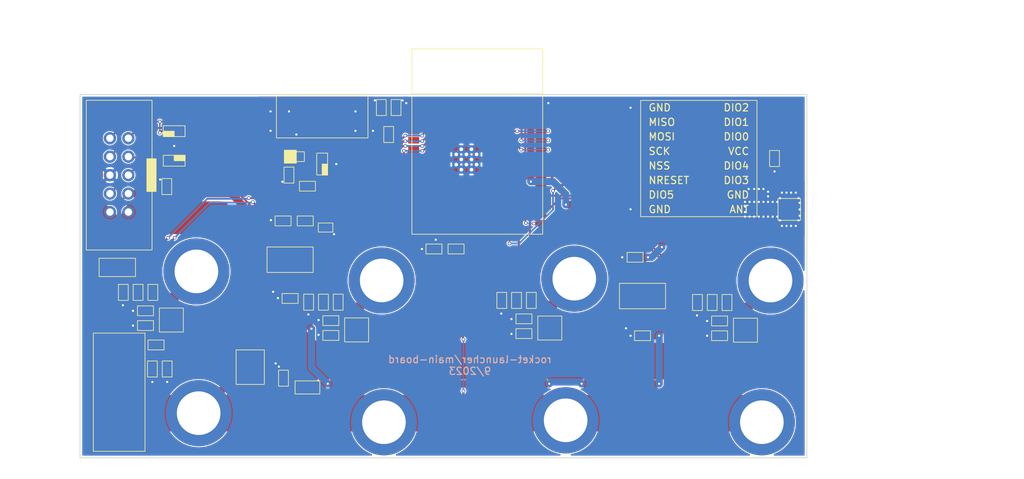
<source format=kicad_pcb>
(kicad_pcb (version 20221018) (generator pcbnew)
  (layers (0 "F.Cu" signal) (31 "B.Cu" signal) (34 "B.Paste" user) (35 "F.Paste" user) (36 "B.SilkS" user "B.Silkscreen") (37 "F.SilkS" user "F.Silkscreen") (38 "B.Mask" user) (39 "F.Mask" user) (44 "Edge.Cuts" user))
  (net 0 "")
  (net 1 "GND")
  (net 2 "/Microcontroller/MISO")
  (net 3 "/Microcontroller/MOSI")
  (net 4 "/Microcontroller/SCLK")
  (net 5 "/Microcontroller/~{CS}")
  (net 6 "/Microcontroller/~{RFM_RST}")
  (net 8 "Net-(A1-ANT)")
  (net 11 "+3V3")
  (net 12 "/Microcontroller/RFM_IRQ")
  (net 15 "+5V")
  (net 16 "/-")
  (net 17 "Net-(D6-+)")
  (net 18 "+12V")
  (net 19 "Net-(Q2A-G)")
  (net 20 "Net-(Q3A-G)")
  (net 21 "Net-(Q4A-G)")
  (net 22 "Net-(Q5A-G)")
  (net 23 "/Microcontroller/EN")
  (net 24 "/Microcontroller/TXD")
  (net 25 "/Microcontroller/RXD")
  (net 27 "/Microcontroller/IO0")
  (net 28 "/Connector/BTN_R1")
  (net 29 "/Connector/BTN_R2")
  (net 30 "/Connector/BTN_C0")
  (net 31 "/Connector/LED")
  (net 32 "/Connector/BTN_C1")
  (net 33 "/Connector/BTN_R0")
  (net 34 "/+")
  (net 35 "Net-(Q2A-D)")
  (net 36 "Net-(Q3A-D)")
  (net 37 "Net-(Q4A-D)")
  (net 38 "Net-(Q5A-D)")
  (net 39 "/Connector/~{LED}")
  (net 40 "Net-(Q2A-S)")
  (net 41 "Net-(Q3A-S)")
  (net 42 "Net-(Q4A-S)")
  (net 43 "Net-(Q5A-S)")
  (net 44 "/Connector/VBAT")
  (net 45 "/Igniter0/FIRE")
  (net 46 "/Igniter1/FIRE")
  (net 47 "/Igniter2/FIRE")
  (net 48 "/Igniter3/FIRE")
  (net 49 "/Igniter0/SENSE")
  (net 50 "/Igniter1/SENSE")
  (net 51 "/Igniter2/SENSE")
  (net 52 "/Igniter3/SENSE")
  (net 62 "/Connector/B+")
  (net 63 "Net-(D4-VP)")
  (net 66 "Net-(J1-P2)")
  (footprint "zandmd:PASSIVE-NPOL-0805" (layer "F.Cu") (at 128.77 79.502 180)
    (fp_text reference "R2")
    (fp_text value "10k")
  )
  (footprint "zandmd:PASSIVE-NPOL-0805" (layer "F.Cu") (at 159.5775 95.209 90)
    (fp_text reference "R11")
    (fp_text value "1k")
  )
  (footprint "zandmd:PASSIVE-NPOL-0805" (layer "F.Cu") (at 130.975 95.463 90)
    (fp_text reference "R13")
    (fp_text value "39k")
  )
  (footprint "zandmd:CF25081D0R0-10-NH" (layer "F.Cu") (at 130.802 67.056 180)
    (fp_text reference "J1")
    (fp_text value "CF25081D0R0-10-NH")
  )
  (footprint "zandmd:PASSIVE-NPOL-0805" (layer "F.Cu") (at 185.4855 98.044)
    (fp_text reference "R21")
    (fp_text value "10k")
  )
  (footprint "zandmd:PASSIVE-NPOL-0805" (layer "F.Cu") (at 193.04 75.692 90)
    (fp_text reference "C3")
    (fp_text value "10 uF")
  )
  (footprint "zandmd:PASSIVE-NPOL-0805" (layer "F.Cu") (at 174.879 100.076)
    (fp_text reference "C12")
    (fp_text value "10 uF")
  )
  (footprint "zandmd:B076FX76R8" (layer "F.Cu") (at 164.303 111.715 86.513)
    (fp_text reference "H6")
    (fp_text value "B076FX76R8")
  )
  (footprint "zandmd:PASSIVE-NPOL-0805" (layer "F.Cu") (at 105.4755 94.107 90)
    (fp_text reference "R7")
    (fp_text value "39k")
  )
  (footprint "zandmd:3586KTR" (layer "F.Cu") (at 102.87 107.8484 -90)
    (fp_text reference "F2")
    (fp_text value "3586KTR")
  )
  (footprint "zandmd:MB14S" (layer "F.Cu") (at 120.904 104.394 -90)
    (fp_text reference "D6")
    (fp_text value "MB14S")
  )
  (footprint "zandmd:B076FX76R8" (layer "F.Cu") (at 192.489 92.485 -93.486)
    (fp_text reference "H4")
    (fp_text value "B076FX76R8")
  )
  (footprint "zandmd:PASSIVE-NPOL-0805" (layer "F.Cu") (at 126.3904 94.9452)
    (fp_text reference "C8")
    (fp_text value "10 uF")
  )
  (footprint "zandmd:B076FX76R8" (layer "F.Cu") (at 113.81 110.729 90.917)
    (fp_text reference "H5")
    (fp_text value "B076FX76R8")
  )
  (footprint "zandmd:PASSIVE-NPOL-0805" (layer "F.Cu") (at 103.4435 94.107 -90)
    (fp_text reference "R6")
    (fp_text value "11k")
  )
  (footprint "zandmd:PASSIVE-NPOL-0805" (layer "F.Cu") (at 186.5015 95.504 90)
    (fp_text reference "R17")
    (fp_text value "1k")
  )
  (footprint "zandmd:PASSIVE-NPOL-0805" (layer "F.Cu") (at 146.177 88.138)
    (fp_text reference "R4")
    (fp_text value "11k")
  )
  (footprint "zandmd:B076FX76R8" (layer "F.Cu") (at 138.987 92.471 -89.082)
    (fp_text reference "H3")
    (fp_text value "B076FX76R8")
  )
  (footprint "zandmd:PASSIVE-NPOL-0805" (layer "F.Cu") (at 106.4915 98.679)
    (fp_text reference "C9")
    (fp_text value "0.1 uF")
  )
  (footprint "zandmd:PASSIVE-NPOL-0805" (layer "F.Cu") (at 107.5075 94.107 90)
    (fp_text reference "R8")
    (fp_text value "1k")
  )
  (footprint "zandmd:PASSIVE-NPOL-0805" (layer "F.Cu") (at 109.474 104.648 -90)
    (fp_text reference "C16")
    (fp_text value "1 uF")
  )
  (footprint "zandmd:PASSIVE-NPOL-0805" (layer "F.Cu") (at 155.5135 95.209 -90)
    (fp_text reference "R9")
    (fp_text value "11k")
  )
  (footprint "zandmd:ESP32-WROOM-32E-N4" (layer "F.Cu") (at 152.146 66.802)
    (fp_text reference "U1")
    (fp_text value "ESP32-WROOM-32E-N4")
  )
  (footprint "zandmd:CM1293A-04SO" (layer "F.Cu") (at 130.802 76.454 90)
    (fp_text reference "D4")
    (fp_text value "CM1293A-04SO")
  )
  (footprint "zandmd:B076FX76R8" (layer "F.Cu") (at 165.491 92.225 -93.486)
    (fp_text reference "H2")
    (fp_text value "B076FX76R8")
  )
  (footprint "zandmd:G120N03D32" (layer "F.Cu") (at 135.547 99.273 -90)
    (fp_text reference "Q4")
    (fp_text value "G120N03D32")
  )
  (footprint "zandmd:PASSIVE-NPOL-0805" (layer "F.Cu") (at 131.991 100.035)
    (fp_text reference "C11")
    (fp_text value "0.1 uF")
  )
  (footprint "zandmd:PASSIVE-NPOL-0805" (layer "F.Cu") (at 182.4375 95.504 -90)
    (fp_text reference "R15")
    (fp_text value "11k")
  )
  (footprint "zandmd:B076FX76R8" (layer "F.Cu") (at 191.302 111.975 86.513)
    (fp_text reference "H8")
    (fp_text value "B076FX76R8")
  )
  (footprint "zandmd:PASSIVE-NPOL-0805" (layer "F.Cu") (at 128.943 95.463 -90)
    (fp_text reference "R12")
    (fp_text value "11k")
  )
  (footprint "zandmd:AZ1117IH-5.0TRG1" (layer "F.Cu") (at 126.3904 89.6112)
    (fp_text reference "U2")
    (fp_text value "AZ1117IH-5.0TRG1")
  )
  (footprint "zandmd:PASSIVE-NPOL-0805" (layer "F.Cu") (at 149.225 88.138)
    (fp_text reference "R5")
    (fp_text value "39k")
  )
  (footprint "zandmd:PASSIVE-NPOL-0805" (layer "F.Cu") (at 107.95 101.346)
    (fp_text reference "C14")
    (fp_text value "22 uF")
  )
  (footprint "zandmd:PASSIVE-NPOL-0805" (layer "F.Cu") (at 157.5455 95.209 90)
    (fp_text reference "R10")
    (fp_text value "39k")
  )
  (footprint "zandmd:5684" (layer "F.Cu") (at 182.626 75.692)
    (fp_text reference "A1")
    (fp_text value "5684")
  )
  (footprint "zandmd:PASSIVE-NPOL-0805" (layer "F.Cu") (at 138.938 68.6816 -90)
    (fp_text reference "C1")
    (fp_text value "22 uF")
  )
  (footprint "zandmd:PASSIVE-NPOL-0805" (layer "F.Cu") (at 140.97 68.6816 -90)
    (fp_text reference "C2")
    (fp_text value "0.1 uF")
  )
  (footprint "zandmd:PASSIVE-NPOL-0805" (layer "F.Cu") (at 158.5615 99.781)
    (fp_text reference "C10")
    (fp_text value "0.1 uF")
  )
  (footprint "zandmd:PASSIVE-NPOL-0805" (layer "F.Cu") (at 109.4232 79.5528 -90)
    (fp_text reference "C5")
    (fp_text value "1 uF")
  )
  (footprint "zandmd:PASSIVE-NPOL-1206" (layer "F.Cu") (at 128.778 107.188)
    (fp_text reference "F1")
    (fp_text value "1 A")
  )
  (footprint "zandmd:AZ1117IH-3.3TRG1" (layer "F.Cu") (at 174.879 94.615)
    (fp_text reference "U3")
    (fp_text value "AZ1117IH-3.3TRG1")
  )
  (footprint "zandmd:3586KTR" (layer "F.Cu") (at 102.87 107.8484 90)
    (fp_text reference "F3")
    (fp_text value "3586KTR")
  )
  (footprint "zandmd:2337019-1" (layer "F.Cu") (at 195.072 82.692 -90)
    (fp_text reference "J3")
    (fp_text value "2337019-1")
  )
  (footprint "zandmd:PASSIVE-NPOL-0805" (layer "F.Cu") (at 173.863 89.281)
    (fp_text reference "C7")
    (fp_text value "22 uF")
  )
  (footprint "zandmd:B076FX76R8" (layer "F.Cu") (at 139.3 111.975 90.917)
    (fp_text reference "H7")
    (fp_text value "B076FX76R8")
  )
  (footprint "zandmd:PASSIVE-NPOL-0805" (layer "F.Cu") (at 139.954 72.39 90)
    (fp_text reference "R1")
    (fp_text value "10k")
  )
  (footprint "zandmd:BSS816NWH6327XTSA1" (layer "F.Cu") (at 131.2672 85.1916)
    (fp_text reference "Q1")
    (fp_text value "BSS816NWH6327XTSA1")
  )
  (footprint "zandmd:CM1293A-04SO" (layer "F.Cu") (at 110.4392 71.9328)
    (fp_text reference "D1")
    (fp_text value "CM1293A-04SO")
  )
  (footprint "zandmd:PASSIVE-NPOL-0805" (layer "F.Cu") (at 133.007 95.463 90)
    (fp_text reference "R14")
    (fp_text value "1k")
  )
  (footprint "zandmd:302-S101" (layer "F.Cu") (at 102.87 77.978 90)
    (fp_text reference "J2")
    (fp_text value "302-S101")
  )
  (footprint "zandmd:G120N03D32" (layer "F.Cu") (at 189.0415 99.314 -90)
    (fp_text reference "Q5")
    (fp_text value "G120N03D32")
  )
  (footprint "zandmd:B076FX76R8" (layer "F.Cu") (at 113.498 91.225 -89.082)
    (fp_text reference "H1")
    (fp_text value "B076FX76R8")
  )
  (footprint "zandmd:PASSIVE-NPOL-0805" (layer "F.Cu") (at 184.4695 95.504 90)
    (fp_text reference "R16")
    (fp_text value "39k")
  )
  (footprint "zandmd:PASSIVE-NPOL-0805" (layer "F.Cu") (at 125.476 105.918 -90)
    (fp_text reference "C17")
    (fp_text value "10 uF")
  )
  (footprint "zandmd:G120N03D32" (layer "F.Cu") (at 162.1175 99.019 -90)
    (fp_text reference "Q3")
    (fp_text value "G120N03D32")
  )
  (footprint "zandmd:PASSIVE-NPOL-0805" (layer "F.Cu") (at 185.4855 100.076)
    (fp_text reference "C13")
    (fp_text value "0.1 uF")
  )
  (footprint "zandmd:CM1293A-04SO" (layer "F.Cu") (at 110.4392 75.9968 180)
    (fp_text reference "D3")
    (fp_text value "CM1293A-04SO")
  )
  (footprint "zandmd:SMAJ15CA" (layer "F.Cu") (at 102.616 90.678 180)
    (fp_text reference "D5")
    (fp_text value "SMAJ15CA")
  )
  (footprint "zandmd:PASSIVE-NPOL-0805" (layer "F.Cu") (at 128.4732 84.2772 180)
    (fp_text reference "R3")
    (fp_text value "10k")
  )
  (footprint "zandmd:PASSIVE-NPOL-0805" (layer "F.Cu") (at 131.991 98.003)
    (fp_text reference "R20")
    (fp_text value "10k")
  )
  (footprint "zandmd:PASSIVE-NPOL-0805" (layer "F.Cu") (at 158.5615 97.749)
    (fp_text reference "R19")
    (fp_text value "10k")
  )
  (footprint "zandmd:PASSIVE-NPOL-0805" (layer "F.Cu") (at 106.4915 96.647)
    (fp_text reference "R18")
    (fp_text value "10k")
  )
  (footprint "zandmd:PASSIVE-NPOL-0805" (layer "F.Cu") (at 107.442 104.648 -90)
    (fp_text reference "C15")
    (fp_text value "1 uF")
  )
  (footprint "zandmd:PASSIVE-POL-0805" (layer "F.Cu") (at 127.246 75.438)
    (fp_text reference "D2")
    (fp_text value "~")
  )
  (footprint "zandmd:PASSIVE-NPOL-0805" (layer "F.Cu") (at 126.23 77.978 90)
    (fp_text reference "C4")
    (fp_text value "1 uF")
  )
  (footprint "zandmd:G120N03D32" (layer "F.Cu") (at 110.0475 97.917 -90)
    (fp_text reference "Q2")
    (fp_text value "G120N03D32")
  )
  (footprint "zandmd:PASSIVE-NPOL-0805" (layer "F.Cu") (at 125.4252 84.2772)
    (fp_text reference "C6")
    (fp_text value "22 uF")
  )
  (gr_line locked (start 197.489 66.875) (end 197.489 116.875) (stroke (width 0.1)) (layer "Edge.Cuts"))
  (gr_line locked (start 97.489 116.875) (end 97.489 66.875) (stroke (width 0.1)) (layer "Edge.Cuts"))
  (gr_line locked (start 197.489 66.875) (end 97.489 66.875) (stroke (width 0.1)) (layer "Edge.Cuts"))
  (gr_line locked (start 97.489 116.875) (end 197.489 116.875) (stroke (width 0.1)) (layer "Edge.Cuts"))
  (gr_text "rocket-launcher/main-board\n9/2023" (at 151.13 104.14) (layer "B.SilkS") (effects (font (size 1 1) (thickness 0.153)) (justify mirror)))
  (segment (start 193.04 76.6425) (end 193.04 77.47) (width 1) (layer "F.Cu") (net 1))
  (segment (start 125.3236 78.8924) (end 126.1939 78.8924) (width 1) (layer "F.Cu") (net 1))
  (segment (start 104.775 98.679) (end 105.541 98.679) (width 0.25) (layer "F.Cu") (net 1))
  (segment (start 141.859 67.691) (end 141.0315 67.691) (width 0.25) (layer "F.Cu") (net 1))
  (segment (start 109.474 106.426) (end 109.474 105.5985) (width 0.25) (layer "F.Cu") (net 1))
  (segment (start 173.228 100.076) (end 173.9285 100.076) (width 1) (layer "F.Cu") (net 1))
  (segment (start 146.431 86.868) (end 146.431 85.862) (width 0.25) (layer "F.Cu") (net 1))
  (segment (start 126.1939 78.8924) (end 126.23 78.9285) (width 1) (layer "F.Cu") (net 1))
  (segment (start 182.372 96.52) (end 182.4375 96.4545) (width 0.25) (layer "F.Cu") (net 1))
  (segment (start 125.3891 94.8944) (end 125.4399 94.9452) (width 1) (layer "F.Cu") (net 1))
  (segment (start 124.3945 103.886) (end 123.979 103.4705) (width 1) (layer "F.Cu") (net 1))
  (segment (start 130.9545 97.917) (end 131.0405 98.003) (width 0.25) (layer "F.Cu") (net 1))
  (segment (start 104.775 96.647) (end 105.541 96.647) (width 0.25) (layer "F.Cu") (net 1))
  (segment (start 142.367 68.072) (end 143.366 68.072) (width 0.25) (layer "F.Cu") (net 1))
  (segment (start 155.448 97.028) (end 155.448 96.225) (width 0.25) (layer "F.Cu") (net 1))
  (segment (start 110.4392 74.7968) (end 110.4392 73.9648) (width 0.25) (layer "F.Cu") (net 1))
  (segment (start 124.841 104.3325) (end 124.3945 103.886) (width 1) (layer "F.Cu") (net 1))
  (segment (start 156.845 97.79) (end 157.57 97.79) (width 0.25) (layer "F.Cu") (net 1))
  (segment (start 127.302 73.306) (end 127.302 72.438) (width 0.25) (layer "F.Cu") (net 1))
  (segment (start 182.372 97.282) (end 182.372 96.52) (width 0.25) (layer "F.Cu") (net 1))
  (segment (start 124.0536 92.748) (end 124.0904 92.7112) (width 1) (layer "F.Cu") (net 1))
  (segment (start 123.979 103.4705) (end 123.979 103.124) (width 1) (layer "F.Cu") (net 1))
  (segment (start 155.448 96.225) (end 155.5135 96.1595) (width 0.25) (layer "F.Cu") (net 1))
  (segment (start 131.9316 86.106) (end 131.9172 86.0916) (width 0.25) (layer "F.Cu") (net 1))
  (segment (start 173.243 68.692) (end 173.228 68.707) (width 1) (layer "F.Cu") (net 1))
  (segment (start 160.926 68.072) (end 160.896 68.102) (width 0.25) (layer "F.Cu") (net 1))
  (segment (start 103.378 95.885) (end 103.378 95.123) (width 0.25) (layer "F.Cu") (net 1))
  (segment (start 108.5235 78.6023) (end 109.4232 78.6023) (width 1) (layer "F.Cu") (net 1))
  (segment (start 183.769 100.076) (end 184.535 100.076) (width 0.25) (layer "F.Cu") (net 1))
  (segment (start 103.378 95.123) (end 103.4435 95.0575) (width 0.25) (layer "F.Cu") (net 1))
  (segment (start 130.302 97.917) (end 130.9545 97.917) (width 0.25) (layer "F.Cu") (net 1))
  (segment (start 124.841 104.3325) (end 125.476 104.9675) (width 1) (layer "F.Cu") (net 1))
  (segment (start 183.769 98.044) (end 184.535 98.044) (width 0.25) (layer "F.Cu") (net 1))
  (segment (start 157.57 99.822) (end 157.611 99.781) (width 0.25) (layer "F.Cu") (net 1))
  (segment (start 130.302 99.949) (end 130.9545 99.949) (width 0.25) (layer "F.Cu") (net 1))
  (segment (start 124.714 94.8944) (end 125.3891 94.8944) (width 1) (layer "F.Cu") (net 1))
  (segment (start 157.57 97.79) (end 157.611 97.749) (width 0.25) (layer "F.Cu") (net 1))
  (segment (start 128.905 96.4515) (end 128.943 96.4135) (width 0.25) (layer "F.Cu") (net 1))
  (segment (start 138.049 67.691) (end 138.8765 67.691) (width 0.25) (layer "F.Cu") (net 1))
  (segment (start 132.4356 86.106) (end 131.9316 86.106) (width 0.25) (layer "F.Cu") (net 1))
  (segment (start 143.366 68.072) (end 143.396 68.102) (width 0.25) (layer "F.Cu") (net 1))
  (segment (start 123.7488 84.1756) (end 124.3731 84.1756) (width 1) (layer "F.Cu") (net 1))
  (segment (start 128.905 97.155) (end 128.905 96.4515) (width 0.25) (layer "F.Cu") (net 1))
  (segment (start 110.4392 73.1328) (end 110.4392 73.9648) (width 0.25) (layer "F.Cu") (net 1))
  (segment (start 132.7404 76.454) (end 132.002 76.454) (width 0.25) (layer "F.Cu") (net 1))
  (segment (start 172.593 99.06) (end 172.593 97.729) (width 1) (layer "F.Cu") (net 1))
  (segment (start 161.925 68.072) (end 160.926 68.072) (width 0.25) (layer "F.Cu") (net 1))
  (segment (start 173.243 82.692) (end 173.228 82.677) (width 1) (layer "F.Cu") (net 1))
  (segment (start 138.8765 67.691) (end 138.938 67.6295) (width 0.25) (layer "F.Cu") (net 1))
  (segment (start 172.593 97.729) (end 172.579 97.715) (width 1) (layer "F.Cu") (net 1))
  (segment (start 144.526 88.138) (end 145.2265 88.138) (width 0.25) (layer "F.Cu") (net 1))
  (segment (start 174.526 82.692) (end 173.243 82.692) (width 1) (layer "F.Cu") (net 1))
  (segment (start 130.9545 99.949) (end 131.0405 100.035) (width 0.25) (layer "F.Cu") (net 1))
  (segment (start 172.085 89.281) (end 172.9125 89.281) (width 1) (layer "F.Cu") (net 1))
  (segment (start 127.302 72.438) (end 127.254 72.39) (width 0.25) (layer "F.Cu") (net 1))
  (segment (start 107.442 106.426) (end 107.442 105.5985) (width 0.25) (layer "F.Cu") (net 1))
  (segment (start 108.5088 78.5876) (end 108.5235 78.6023) (width 1) (layer "F.Cu") (net 1))
  (segment (start 174.526 68.692) (end 173.243 68.692) (width 1) (layer "F.Cu") (net 1))
  (segment (start 124.3731 84.1756) (end 124.4747 84.2772) (width 1) (layer "F.Cu") (net 1))
  (segment (start 156.845 99.822) (end 157.57 99.822) (width 0.25) (layer "F.Cu") (net 1))
  (segment (start 141.0315 67.691) (end 140.97 67.6295) (width 0.25) (layer "F.Cu") (net 1))
  (segment (start 124.0536 94.0308) (end 124.0536 92.748) (width 1) (layer "F.Cu") (net 1))
  (via (at 192.151 81.661) (size 0.5) (drill 0.3) (layers "F.Cu" "B.Cu") (net 1))
  (via (at 124.714 94.8944) (size 0.5) (drill 0.3) (layers "F.Cu" "B.Cu") (net 1))
  (via (at 123.7488 84.1756) (size 0.5) (drill 0.3) (layers "F.Cu" "B.Cu") (net 1))
  (via (at 137.795 71.882) (size 0.5) (drill 0.3) (layers "F.Cu" "B.Cu") (net 1))
  (via (at 191.516 79.883) (size 0.5) (drill 0.3) (layers "F.Cu" "B.Cu") (net 1))
  (via (at 138.049 67.691) (size 0.5) (drill 0.3) (layers "F.Cu" "B.Cu") (net 1))
  (via (at 155.448 97.028) (size 0.5) (drill 0.3) (layers "F.Cu" "B.Cu") (net 1))
  (via (at 123.698 71.882) (size 0.5) (drill 0.3) (layers "F.Cu" "B.Cu") (net 1))
  (via (at 192.151 80.264) (size 0.5) (drill 0.3) (layers "F.Cu" "B.Cu") (net 1))
  (via (at 135.382 71.882) (size 0.5) (drill 0.3) (layers "F.Cu" "B.Cu") (net 1))
  (via (at 188.976 83.058) (size 0.5) (drill 0.3) (layers "F.Cu" "B.Cu") (net 1))
  (via (at 135.382 69.215) (size 0.5) (drill 0.3) (layers "F.Cu" "B.Cu") (net 1))
  (via (at 124.0536 94.0308) (size 0.5) (drill 0.3) (layers "F.Cu" "B.Cu") (net 1))
  (via (at 173.228 82.677) (size 0.5) (drill 0.3) (layers "F.Cu" "B.Cu") (net 1))
  (via (at 194.056 84.963) (size 0.5) (drill 0.3) (layers "F.Cu" "B.Cu") (net 1))
  (via (at 130.302 97.917) (size 0.5) (drill 0.3) (layers "F.Cu" "B.Cu") (net 1))
  (via (at 126.238 69.215) (size 0.5) (drill 0.3) (layers "F.Cu" "B.Cu") (net 1))
  (via (at 196.342 84.201) (size 0.5) (drill 0.3) (layers "F.Cu" "B.Cu") (net 1))
  (via (at 127.254 72.39) (size 0.5) (drill 0.3) (layers "F.Cu" "B.Cu") (net 1))
  (via (at 190.246 79.883) (size 0.5) (drill 0.3) (layers "F.Cu" "B.Cu") (net 1))
  (via (at 172.593 99.06) (size 0.5) (drill 0.3) (layers "F.Cu" "B.Cu") (net 1))
  (via (at 193.421 83.693) (size 0.5) (drill 0.3) (layers "F.Cu" "B.Cu") (net 1))
  (via (at 190.246 81.661) (size 0.5) (drill 0.3) (layers "F.Cu" "B.Cu") (net 1))
  (via (at 196.4944 81.788) (size 0.5) (drill 0.3) (layers "F.Cu" "B.Cu") (net 1))
  (via (at 123.698 69.215) (size 0.5) (drill 0.3) (layers "F.Cu" "B.Cu") (net 1))
  (via (at 194.691 84.963) (size 0.5) (drill 0.3) (layers "F.Cu" "B.Cu") (net 1))
  (via (at 195.961 84.963) (size 0.5) (drill 0.3) (layers "F.Cu" "B.Cu") (net 1))
  (via (at 192.151 80.899) (size 0.5) (drill 0.3) (layers "F.Cu" "B.Cu") (net 1))
  (via (at 192.786 81.661) (size 0.5) (drill 0.3) (layers "F.Cu" "B.Cu") (net 1))
  (via (at 195.326 84.963) (size 0.5) (drill 0.3) (layers "F.Cu" "B.Cu") (net 1))
  (via (at 190.246 83.693) (size 0.5) (drill 0.3) (layers "F.Cu" "B.Cu") (net 1))
  (via (at 124.841 104.3325) (size 0.5) (drill 0.3) (layers "F.Cu" "B.Cu") (net 1))
  (via (at 195.961 80.391) (size 0.5) (drill 0.3) (layers "F.Cu" "B.Cu") (net 1))
  (via (at 156.845 97.79) (size 0.5) (drill 0.3) (layers "F.Cu" "B.Cu") (net 1))
  (via (at 132.4356 86.106) (size 0.5) (drill 0.3) (layers "F.Cu" "B.Cu") (net 1))
  (via (at 173.228 68.707) (size 0.5) (drill 0.3) (layers "F.Cu" "B.Cu") (net 1))
  (via (at 141.859 67.691) (size 0.5) (drill 0.3) (layers "F.Cu" "B.Cu") (net 1))
  (via (at 104.775 96.647) (size 0.5) (drill 0.3) (layers "F.Cu" "B.Cu") (net 1))
  (via (at 182.372 97.282) (size 0.5) (drill 0.3) (layers "F.Cu" "B.Cu") (net 1))
  (via (at 192.151 83.693) (size 0.5) (drill 0.3) (layers "F.Cu" "B.Cu") (net 1))
  (via (at 103.378 95.885) (size 0.5) (drill 0.3) (layers "F.Cu" "B.Cu") (net 1))
  (via (at 196.4944 82.7024) (size 0.5) (drill 0.3) (layers "F.Cu" "B.Cu") (net 1))
  (via (at 183.769 100.076) (size 0.5) (drill 0.3) (layers "F.Cu" "B.Cu") (net 1))
  (via (at 194.691 80.391) (size 0.5) (drill 0.3) (layers "F.Cu" "B.Cu") (net 1))
  (via (at 104.775 98.679) (size 0.5) (drill 0.3) (layers "F.Cu" "B.Cu") (net 1))
  (via (at 189.484 79.883) (size 0.5) (drill 0.3) (layers "F.Cu" "B.Cu") (net 1))
  (via (at 189.611 81.661) (size 0.5) (drill 0.3) (layers "F.Cu" "B.Cu") (net 1))
  (via (at 124.3945 103.886) (size 0.5) (drill 0.3) (layers "F.Cu" "B.Cu") (net 1))
  (via (at 188.976 81.661) (size 0.5) (drill 0.3) (layers "F.Cu" "B.Cu") (net 1))
  (via (at 132.7404 76.454) (size 0.5) (drill 0.3) (layers "F.Cu" "B.Cu") (net 1))
  (via (at 189.611 83.693) (size 0.5) (drill 0.3) (layers "F.Cu" "B.Cu") (net 1))
  (via (at 196.4944 83.566) (size 0.5) (drill 0.3) (layers "F.Cu" "B.Cu") (net 1))
  (via (at 190.881 79.883) (size 0.5) (drill 0.3) (layers "F.Cu" "B.Cu") (net 1))
  (via (at 128.905 97.155) (size 0.5) (drill 0.3) (layers "F.Cu" "B.Cu") (net 1))
  (via (at 142.367 68.072) (size 0.5) (drill 0.3) (layers "F.Cu" "B.Cu") (net 1))
  (via (at 196.342 81.153) (size 0.5) (drill 0.3) (layers "F.Cu" "B.Cu") (net 1))
  (via (at 193.802 84.201) (size 0.5) (drill 0.3) (layers "F.Cu" "B.Cu") (net 1))
  (via (at 130.302 99.949) (size 0.5) (drill 0.3) (layers "F.Cu" "B.Cu") (net 1))
  (via (at 188.976 83.693) (size 0.5) (drill 0.3) (layers "F.Cu" "B.Cu") (net 1))
  (via (at 173.228 100.076) (size 0.5) (drill 0.3) (layers "F.Cu" "B.Cu") (net 1))
  (via (at 146.431 86.868) (size 0.5) (drill 0.3) (layers "F.Cu" "B.Cu") (net 1))
  (via (at 107.442 106.426) (size 0.5) (drill 0.3) (layers "F.Cu" "B.Cu") (net 1))
  (via (at 110.4392 73.9648) (size 0.5) (drill 0.3) (layers "F.Cu" "B.Cu") (net 1))
  (via (at 194.056 80.391) (size 0.5) (drill 0.3) (layers "F.Cu" "B.Cu") (net 1))
  (via (at 109.474 106.426) (size 0.5) (drill 0.3) (layers "F.Cu" "B.Cu") (net 1))
  (via (at 193.802 81.153) (size 0.5) (drill 0.3) (layers "F.Cu" "B.Cu") (net 1))
  (via (at 193.04 77.47) (size 0.5) (drill 0.3) (layers "F.Cu" "B.Cu") (net 1))
  (via (at 108.5088 78.5876) (size 0.5) (drill 0.3) (layers "F.Cu" "B.Cu") (net 1))
  (via (at 195.326 80.391) (size 0.5) (drill 0.3) (layers "F.Cu" "B.Cu") (net 1))
  (via (at 183.769 98.044) (size 0.5) (drill 0.3) (layers "F.Cu" "B.Cu") (net 1))
  (via (at 191.516 81.661) (size 0.5) (drill 0.3) (layers "F.Cu" "B.Cu") (net 1))
  (via (at 190.881 83.693) (size 0.5) (drill 0.3) (layers "F.Cu" "B.Cu") (net 1))
  (via (at 161.925 68.072) (size 0.5) (drill 0.3) (layers "F.Cu" "B.Cu") (net 1))
  (via (at 156.845 99.822) (size 0.5) (drill 0.3) (layers "F.Cu" "B.Cu") (net 1))
  (via (at 125.3236 78.8924) (size 0.5) (drill 0.3) (layers "F.Cu" "B.Cu") (net 1))
  (via (at 193.421 81.661) (size 0.5) (drill 0.3) (layers "F.Cu" "B.Cu") (net 1))
  (via (at 190.881 81.661) (size 0.5) (drill 0.3) (layers "F.Cu" "B.Cu") (net 1))
  (via (at 144.526 88.138) (size 0.5) (drill 0.3) (layers "F.Cu" "B.Cu") (net 1))
  (via (at 188.976 82.296) (size 0.5) (drill 0.3) (layers "F.Cu" "B.Cu") (net 1))
  (via (at 191.516 83.693) (size 0.5) (drill 0.3) (layers "F.Cu" "B.Cu") (net 1))
  (via (at 192.786 83.693) (size 0.5) (drill 0.3) (layers "F.Cu" "B.Cu") (net 1))
  (via (at 172.085 89.281) (size 0.5) (drill 0.3) (layers "F.Cu" "B.Cu") (net 1))
  (segment (start 161.196 76.992) (end 167.496 70.692) (width 0.25) (layer "F.Cu") (net 2))
  (segment (start 167.496 70.692) (end 174.526 70.692) (width 0.25) (layer "F.Cu") (net 2))
  (segment (start 160.896 76.992) (end 161.196 76.992) (width 0.25) (layer "F.Cu") (net 2))
  (segment (start 175.461 69.723) (end 175.778 70.04) (width 0.25) (layer "F.Cu") (net 3))
  (segment (start 162.814 69.723) (end 175.461 69.723) (width 0.25) (layer "F.Cu") (net 3))
  (segment (start 175.778 70.04) (end 175.778 71.44) (width 0.25) (layer "F.Cu") (net 3))
  (segment (start 160.896 69.372) (end 162.463 69.372) (width 0.25) (layer "F.Cu") (net 3))
  (segment (start 162.463 69.372) (end 162.814 69.723) (width 0.25) (layer "F.Cu") (net 3))
  (segment (start 175.778 71.44) (end 174.526 72.692) (width 0.25) (layer "F.Cu") (net 3))
  (segment (start 164.766 74.692) (end 174.526 74.692) (width 0.25) (layer "F.Cu") (net 4))
  (segment (start 161.196 78.262) (end 164.766 74.692) (width 0.25) (layer "F.Cu") (net 4))
  (segment (start 160.896 78.262) (end 161.196 78.262) (width 0.25) (layer "F.Cu") (net 4))
  (segment (start 161.196 79.532) (end 164.036 76.692) (width 0.25) (layer "F.Cu") (net 5))
  (segment (start 160.896 79.532) (end 161.196 79.532) (width 0.25) (layer "F.Cu") (net 5))
  (segment (start 164.036 76.692) (end 174.526 76.692) (width 0.25) (layer "F.Cu") (net 5))
  (segment (start 176.155 68.417) (end 176.155 77.063) (width 0.25) (layer "F.Cu") (net 6))
  (segment (start 159.894 70.074) (end 159.894 67.4) (width 0.25) (layer "F.Cu") (net 6))
  (segment (start 176.155 77.063) (end 174.526 78.692) (width 0.25) (layer "F.Cu") (net 6))
  (segment (start 175.138 67.4) (end 176.155 68.417) (width 0.25) (layer "F.Cu") (net 6))
  (segment (start 159.894 67.4) (end 175.138 67.4) (width 0.25) (layer "F.Cu") (net 6))
  (segment (start 160.462 70.642) (end 159.894 70.074) (width 0.25) (layer "F.Cu") (net 6))
  (segment (start 160.896 70.642) (end 160.462 70.642) (width 0.25) (layer "F.Cu") (net 6))
  (segment (start 190.726 82.692) (end 193.547 82.692) (width 1) (layer "F.Cu") (net 8))
  (segment (start 126.2955 72.07005) (end 130.05455 68.311) (width 1) (layer "F.Cu") (net 11))
  (segment (start 135.75645 68.311) (end 136.47445 69.029) (width 1) (layer "F.Cu") (net 11))
  (segment (start 157.5608 69.372) (end 143.396 69.372) (width 1) (layer "F.Cu") (net 11))
  (segment (start 174.879 91.515) (end 174.879 89.3465) (width 1) (layer "F.Cu") (net 11))
  (segment (start 127.8195 79.502) (end 127.8195 78.617) (width 0.25) (layer "F.Cu") (net 11))
  (segment (start 174.8135 87.992988) (end 174.8135 89.281) (width 1) (layer "F.Cu") (net 11))
  (segment (start 126.2955 75.438) (end 126.2955 76.962) (width 1) (layer "F.Cu") (net 11))
  (segment (start 159.512 71.3232) (end 157.5608 69.372) (width 1) (layer "F.Cu") (net 11))
  (segment (start 177.546 87.218) (end 190.072 74.692) (width 1) (layer "F.Cu") (net 11))
  (segment (start 138.3349 69.029) (end 138.938 69.6321) (width 1) (layer "F.Cu") (net 11))
  (segment (start 159.512 78.867) (end 159.512 71.3232) (width 1) (layer "F.Cu") (net 11))
  (segment (start 127.8195 78.617) (end 126.23 77.0275) (width 0.25) (layer "F.Cu") (net 11))
  (segment (start 164.338 82.042) (end 168.862512 82.042) (width 1) (layer "F.Cu") (net 11))
  (segment (start 174.879 97.715) (end 174.879 91.515) (width 1) (layer "F.Cu") (net 11))
  (segment (start 190.072 74.692) (end 190.726 74.692) (width 1) (layer "F.Cu") (net 11))
  (segment (start 143.396 69.372) (end 141.2301 69.372) (width 1) (layer "F.Cu") (net 11))
  (segment (start 140.97 69.6321) (end 139.954 69.6321) (width 1) (layer "F.Cu") (net 11))
  (segment (start 130.05455 68.311) (end 135.75645 68.311) (width 1) (layer "F.Cu") (net 11))
  (segment (start 168.862512 82.042) (end 174.8135 87.992988) (width 1) (layer "F.Cu") (net 11))
  (segment (start 139.954 69.6321) (end 138.938 69.6321) (width 1) (layer "F.Cu") (net 11))
  (segment (start 174.879 89.3465) (end 174.8135 89.281) (width 1) (layer "F.Cu") (net 11))
  (segment (start 192.9905 74.692) (end 193.04 74.7415) (width 1) (layer "F.Cu") (net 11))
  (segment (start 175.641 89.281) (end 174.8135 89.281) (width 1) (layer "F.Cu") (net 11))
  (segment (start 126.2955 76.962) (end 126.23 77.0275) (width 1) (layer "F.Cu") (net 11))
  (segment (start 136.47445 69.029) (end 138.3349 69.029) (width 1) (layer "F.Cu") (net 11))
  (segment (start 177.546 87.884) (end 177.546 87.218) (width 1) (layer "F.Cu") (net 11))
  (segment (start 126.2955 75.438) (end 126.2955 72.07005) (width 1) (layer "F.Cu") (net 11))
  (segment (start 190.726 74.692) (end 192.9905 74.692) (width 1) (layer "F.Cu") (net 11))
  (segment (start 139.954 71.4395) (end 139.954 69.6321) (width 1) (layer "F.Cu") (net 11))
  (segment (start 141.2301 69.372) (end 140.97 69.6321) (width 1) (layer "F.Cu") (net 11))
  (via (at 175.641 89.281) (size 0.5) (drill 0.3) (layers "F.Cu" "B.Cu") (net 11))
  (via (at 159.512 78.867) (size 0.5) (drill 0.3) (layers "F.Cu" "B.Cu") (net 11))
  (via (at 164.338 82.042) (size 0.5) (drill 0.3) (layers "F.Cu" "B.Cu") (net 11))
  (via (at 177.546 87.884) (size 0.5) (drill 0.3) (layers "F.Cu" "B.Cu") (net 11))
  (segment (start 164.338 80.63655) (end 164.338 82.042) (width 1) (layer "B.Cu") (net 11))
  (segment (start 176.149 89.281) (end 177.546 87.884) (width 1) (layer "B.Cu") (net 11))
  (segment (start 175.641 89.281) (end 176.149 89.281) (width 1) (layer "B.Cu") (net 11))
  (segment (start 159.512 78.867) (end 162.56845 78.867) (width 1) (layer "B.Cu") (net 11))
  (segment (start 162.56845 78.867) (end 164.338 80.63655) (width 1) (layer "B.Cu") (net 11))
  (segment (start 190.726 72.692) (end 184.074 79.344) (width 0.25) (layer "F.Cu") (net 12))
  (segment (start 184.074 79.344) (end 163.353 79.344) (width 0.25) (layer "F.Cu") (net 12))
  (segment (start 156.591 85.862) (end 156.591 87.376) (width 0.25) (layer "F.Cu") (net 12))
  (segment (start 163.353 79.344) (end 162.56 80.137) (width 0.25) (layer "F.Cu") (net 12))
  (via (at 162.56 80.137) (size 0.5) (drill 0.3) (layers "F.Cu" "B.Cu") (net 12))
  (via (at 156.591 87.376) (size 0.5) (drill 0.3) (layers "F.Cu" "B.Cu") (net 12))
  (segment (start 156.591 87.376) (end 157.923319 87.376) (width 0.25) (layer "B.Cu") (net 12))
  (segment (start 162.56 82.739319) (end 162.56 80.137) (width 0.25) (layer "B.Cu") (net 12))
  (segment (start 157.923319 87.376) (end 162.56 82.739319) (width 0.25) (layer "B.Cu") (net 12))
  (segment (start 102.8416 69.9516) (end 100.498 72.2952) (width 0.25) (layer "F.Cu") (net 15))
  (segment (start 126.3904 92.7112) (end 126.3904 86.5112) (width 1) (layer "F.Cu") (net 15))
  (segment (start 103.0224 81.6356) (end 104.14 80.518) (width 0.25) (layer "F.Cu") (net 15))
  (segment (start 126.3904 84.2919) (end 126.3757 84.2772) (width 1) (layer "F.Cu") (net 15))
  (segment (start 101.159136 81.6356) (end 103.0224 81.6356) (width 0.25) (layer "F.Cu") (net 15))
  (segment (start 100.498 80.974464) (end 101.159136 81.6356) (width 0.25) (layer "F.Cu") (net 15))
  (segment (start 118.26295 80.518) (end 124.25615 86.5112) (width 1) (layer "F.Cu") (net 15))
  (segment (start 100.498 72.2952) (end 100.498 80.974464) (width 0.25) (layer "F.Cu") (net 15))
  (segment (start 110.408 69.9516) (end 102.8416 69.9516) (width 0.25) (layer "F.Cu") (net 15))
  (segment (start 127.5227 84.2772) (end 126.3757 84.2772) (width 0.25) (layer "F.Cu") (net 15))
  (segment (start 104.14 80.518) (end 118.26295 80.518) (width 1) (layer "F.Cu") (net 15))
  (segment (start 110.4392 69.9828) (end 110.408 69.9516) (width 0.25) (layer "F.Cu") (net 15))
  (segment (start 124.25615 86.5112) (end 126.3904 86.5112) (width 1) (layer "F.Cu") (net 15))
  (segment (start 126.3904 86.5112) (end 126.3904 84.2919) (width 1) (layer "F.Cu") (net 15))
  (segment (start 110.4392 70.7328) (end 110.4392 69.9828) (width 0.25) (layer "F.Cu") (net 15))
  (segment (start 120.875 88.169346) (end 116.553654 83.848) (width 4.5) (layer "F.Cu") (net 16))
  (segment (start 120.875 99.285) (end 120.904 99.314) (width 4.5) (layer "F.Cu") (net 16))
  (segment (start 129.051 103.397) (end 126.238 100.584) (width 1) (layer "F.Cu") (net 16))
  (segment (start 104.716 84.542) (end 105.41 83.848) (width 1) (layer "F.Cu") (net 16))
  (segment (start 116.553654 83.848) (end 105.41 83.848) (width 4.5) (layer "F.Cu") (net 16))
  (segment (start 129.227 103.573) (end 126.238 100.584) (width 5) (layer "F.Cu") (net 16))
  (segment (start 189.5415 99.964) (end 189.5415 103.573) (width 1) (layer "F.Cu") (net 16))
  (segment (start 136.047 99.923) (end 136.047 103.532) (width 1) (layer "F.Cu") (net 16))
  (segment (start 124.968 99.314) (end 120.904 99.314) (width 5) (layer "F.Cu") (net 16))
  (segment (start 116.195207 99.314) (end 113.909207 101.6) (width 5) (layer "F.Cu") (net 16))
  (segment (start 126.238 100.584) (end 124.968 99.314) (width 5) (layer "F.Cu") (net 16))
  (segment (start 120.875 88.169346) (end 120.875 99.285) (width 4.5) (layer "F.Cu") (net 16))
  (segment (start 120.904 99.314) (end 116.195207 99.314) (width 5) (layer "F.Cu") (net 16))
  (segment (start 110.5475 98.567) (end 110.5475 101.6) (width 1) (layer "F.Cu") (net 16))
  (segment (start 113.909207 101.6) (end 110.5475 101.6) (width 5) (layer "F.Cu") (net 16))
  (segment (start 117.829 103.124) (end 117.829 100.947793) (width 1) (layer "F.Cu") (net 16))
  (segment (start 162.6175 99.669) (end 162.6175 103.278) (width 1) (layer "F.Cu") (net 16))
  (segment (start 117.829 100.947793) (end 116.195207 99.314) (width 1) (layer "F.Cu") (net 16))
  (segment (start 189.5415 103.573) (end 129.227 103.573) (width 5) (layer "F.Cu") (net 16))
  (segment (start 104.716 90.678) (end 104.716 84.542) (width 1) (layer "F.Cu") (net 16))
  (segment (start 125.476 106.8685) (end 126.9984 106.8685) (width 1) (layer "F.Cu") (net 17))
  (segment (start 126.9984 106.8685) (end 127.3179 107.188) (width 1) (layer "F.Cu") (net 17))
  (segment (start 125.1835 106.8685) (end 125.476 106.8685) (width 1) (layer "F.Cu") (net 17))
  (segment (start 123.979 105.664) (end 125.1835 106.8685) (width 1) (layer "F.Cu") (net 17))
  (segment (start 177.165 100.076) (end 177.165 97.729) (width 1) (layer "F.Cu") (net 18))
  (segment (start 166.497 106.7) (end 177.165 106.7) (width 1) (layer "F.Cu") (net 18))
  (segment (start 127.3409 94.9452) (end 127.6174 94.6687) (width 1) (layer "F.Cu") (net 18))
  (segment (start 177.165 97.729) (end 177.179 97.715) (width 1) (layer "F.Cu") (net 18))
  (segment (start 131.592 106.7) (end 161.976616 106.7) (width 1) (layer "F.Cu") (net 18))
  (segment (start 127.6174 93.38555) (end 128.29175 92.7112) (width 1) (layer "F.Cu") (net 18))
  (segment (start 130.2381 107.188) (end 130.7261 106.7) (width 1) (layer "F.Cu") (net 18))
  (segment (start 129.3368 99.1108) (end 127.3409 97.1149) (width 1) (layer "F.Cu") (net 18))
  (segment (start 127.3409 97.1149) (end 127.3409 94.9452) (width 1) (layer "F.Cu") (net 18))
  (segment (start 127.6174 94.6687) (end 127.6174 93.38555) (width 1) (layer "F.Cu") (net 18))
  (segment (start 128.29175 92.7112) (end 128.6904 92.7112) (width 1) (layer "F.Cu") (net 18))
  (segment (start 177.165 100.076) (end 175.8295 100.076) (width 1) (layer "F.Cu") (net 18))
  (segment (start 130.7261 106.7) (end 131.552 106.7) (width 1) (layer "F.Cu") (net 18))
  (via (at 166.497 106.68) (size 0.5) (drill 0.3) (layers "F.Cu" "B.Cu") (net 18))
  (via (at 131.572 106.68) (size 0.5) (drill 0.3) (layers "F.Cu" "B.Cu") (net 18))
  (via (at 177.165 106.68) (size 0.5) (drill 0.3) (layers "F.Cu" "B.Cu") (net 18))
  (via (at 129.3368 99.1108) (size 0.5) (drill 0.3) (layers "F.Cu" "B.Cu") (net 18))
  (via (at 162.052 106.68) (size 0.5) (drill 0.3) (layers "F.Cu" "B.Cu") (net 18))
  (via (at 177.165 100.076) (size 0.5) (drill 0.3) (layers "F.Cu" "B.Cu") (net 18))
  (segment (start 177.165 106.68) (end 177.165 100.076) (width 1) (layer "B.Cu") (net 18))
  (segment (start 166.243 106.426) (end 166.497 106.68) (width 1) (layer "B.Cu") (net 18))
  (segment (start 131.572 106.68) (end 129.3368 104.4448) (width 1) (layer "B.Cu") (net 18))
  (segment (start 129.3368 104.4448) (end 129.3368 99.1108) (width 1) (layer "B.Cu") (net 18))
  (segment (start 162.306 106.426) (end 166.243 106.426) (width 1) (layer "B.Cu") (net 18))
  (segment (start 162.052 106.68) (end 162.306 106.426) (width 1) (layer "B.Cu") (net 18))
  (segment (start 107.442 95.123) (end 107.5075 95.0575) (width 0.25) (layer "F.Cu") (net 19))
  (segment (start 107.442 96.647) (end 107.442 97.409) (width 0.25) (layer "F.Cu") (net 19))
  (segment (start 107.442 96.647) (end 107.442 95.123) (width 0.25) (layer "F.Cu") (net 19))
  (segment (start 108.6125 97.592) (end 107.513 97.592) (width 0.25) (layer "F.Cu") (net 19))
  (segment (start 107.442 97.521) (end 107.442 97.409) (width 0.25) (layer "F.Cu") (net 19))
  (segment (start 107.442 97.409) (end 107.442 98.679) (width 0.25) (layer "F.Cu") (net 19))
  (segment (start 108.6125 98.892) (end 107.655 98.892) (width 0.25) (layer "F.Cu") (net 19))
  (segment (start 107.513 97.592) (end 107.442 97.521) (width 0.25) (layer "F.Cu") (net 19))
  (segment (start 107.655 98.892) (end 107.442 98.679) (width 0.25) (layer "F.Cu") (net 19))
  (segment (start 160.6825 99.994) (end 159.725 99.994) (width 0.25) (layer "F.Cu") (net 20))
  (segment (start 159.512 98.511) (end 159.512 97.749) (width 0.25) (layer "F.Cu") (net 20))
  (segment (start 159.512 99.781) (end 159.512 98.511) (width 0.25) (layer "F.Cu") (net 20))
  (segment (start 159.583 98.694) (end 159.512 98.623) (width 0.25) (layer "F.Cu") (net 20))
  (segment (start 159.512 97.749) (end 159.512 96.225) (width 0.25) (layer "F.Cu") (net 20))
  (segment (start 160.6825 98.694) (end 159.583 98.694) (width 0.25) (layer "F.Cu") (net 20))
  (segment (start 159.512 96.225) (end 159.5775 96.1595) (width 0.25) (layer "F.Cu") (net 20))
  (segment (start 159.512 98.623) (end 159.512 98.511) (width 0.25) (layer "F.Cu") (net 20))
  (segment (start 159.725 99.994) (end 159.512 99.781) (width 0.25) (layer "F.Cu") (net 20))
  (segment (start 134.112 100.248) (end 133.1545 100.248) (width 0.25) (layer "F.Cu") (net 21))
  (segment (start 134.112 98.948) (end 133.0125 98.948) (width 0.25) (layer "F.Cu") (net 21))
  (segment (start 132.9415 98.003) (end 132.9415 96.479) (width 0.25) (layer "F.Cu") (net 21))
  (segment (start 132.9415 96.479) (end 133.007 96.4135) (width 0.25) (layer "F.Cu") (net 21))
  (segment (start 132.9415 100.035) (end 132.9415 98.765) (width 0.25) (layer "F.Cu") (net 21))
  (segment (start 132.9415 98.877) (end 132.9415 98.765) (width 0.25) (layer "F.Cu") (net 21))
  (segment (start 133.1545 100.248) (end 132.9415 100.035) (width 0.25) (layer "F.Cu") (net 21))
  (segment (start 132.9415 98.765) (end 132.9415 98.003) (width 0.25) (layer "F.Cu") (net 21))
  (segment (start 133.0125 98.948) (end 132.9415 98.877) (width 0.25) (layer "F.Cu") (net 21))
  (segment (start 187.6065 100.289) (end 186.649 100.289) (width 0.25) (layer "F.Cu") (net 22))
  (segment (start 187.6065 98.989) (end 186.507 98.989) (width 0.25) (layer "F.Cu") (net 22))
  (segment (start 186.436 98.806) (end 186.436 98.044) (width 0.25) (layer "F.Cu") (net 22))
  (segment (start 186.436 100.076) (end 186.436 98.806) (width 0.25) (layer "F.Cu") (net 22))
  (segment (start 186.649 100.289) (end 186.436 100.076) (width 0.25) (layer "F.Cu") (net 22))
  (segment (start 186.436 98.044) (end 186.436 96.52) (width 0.25) (layer "F.Cu") (net 22))
  (segment (start 186.507 98.989) (end 186.436 98.918) (width 0.25) (layer "F.Cu") (net 22))
  (segment (start 186.436 98.918) (end 186.436 98.806) (width 0.25) (layer "F.Cu") (net 22))
  (segment (start 186.436 96.52) (end 186.5015 96.4545) (width 0.25) (layer "F.Cu") (net 22))
  (segment (start 134.833 72.39) (end 134.854 72.411) (width 0.25) (layer "F.Cu") (net 23))
  (segment (start 141.327 72.411) (end 143.096 70.642) (width 0.25) (layer "F.Cu") (net 23))
  (segment (start 128.868 72.39) (end 134.833 72.39) (width 0.25) (layer "F.Cu") (net 23))
  (segment (start 128.302 72.956) (end 128.868 72.39) (width 0.25) (layer "F.Cu") (net 23))
  (segment (start 129.602 79.3835) (end 129.7205 79.502) (width 0.25) (layer "F.Cu") (net 23))
  (segment (start 129.602 77.404) (end 129.602 79.3835) (width 0.25) (layer "F.Cu") (net 23))
  (segment (start 127.4367 76.3907) (end 128.45 77.404) (width 0.25) (layer "F.Cu") (net 23))
  (segment (start 143.096 70.642) (end 143.396 70.642) (width 0.25) (layer "F.Cu") (net 23))
  (segment (start 128.302 73.306) (end 128.302 73.62995) (width 0.25) (layer "F.Cu") (net 23))
  (segment (start 134.854 72.411) (end 141.327 72.411) (width 0.25) (layer "F.Cu") (net 23))
  (segment (start 128.45 77.404) (end 129.602 77.404) (width 0.25) (layer "F.Cu") (net 23))
  (segment (start 127.4367 74.49525) (end 127.4367 76.3907) (width 0.25) (layer "F.Cu") (net 23))
  (segment (start 128.302 73.306) (end 128.302 72.956) (width 0.25) (layer "F.Cu") (net 23))
  (segment (start 128.302 73.62995) (end 127.4367 74.49525) (width 0.25) (layer "F.Cu") (net 23))
  (segment (start 129.602 75.504) (end 130.288 75.504) (width 0.25) (layer "F.Cu") (net 24))
  (segment (start 130.354 75.438) (end 130.354 77.643158) (width 0.25) (layer "F.Cu") (net 24))
  (segment (start 130.354 77.643158) (end 131.319842 78.609) (width 0.25) (layer "F.Cu") (net 24))
  (segment (start 141.949081 73.9648) (end 142.24 73.9648) (width 0.25) (layer "F.Cu") (net 24))
  (segment (start 131.319842 78.609) (end 137.304881 78.609) (width 0.25) (layer "F.Cu") (net 24))
  (segment (start 144.5768 73.9648) (end 144.6904 73.9648) (width 0.25) (layer "F.Cu") (net 24))
  (segment (start 144.6904 73.9648) (end 146.7224 71.9328) (width 0.25) (layer "F.Cu") (net 24))
  (segment (start 130.302 73.306) (end 130.354 73.358) (width 0.25) (layer "F.Cu") (net 24))
  (segment (start 137.304881 78.609) (end 141.949081 73.9648) (width 0.25) (layer "F.Cu") (net 24))
  (segment (start 161.8996 71.9328) (end 160.9168 71.9328) (width 0.25) (layer "F.Cu") (net 24))
  (segment (start 130.354 73.358) (end 130.354 75.438) (width 0.25) (layer "F.Cu") (net 24))
  (segment (start 130.288 75.504) (end 130.354 75.438) (width 0.25) (layer "F.Cu") (net 24))
  (segment (start 146.7224 71.9328) (end 157.6324 71.9328) (width 0.25) (layer "F.Cu") (net 24))
  (via (at 144.5768 73.9648) (size 0.5) (drill 0.3) (layers "F.Cu" "B.Cu") (net 24))
  (via (at 161.8996 71.9328) (size 0.5) (drill 0.3) (layers "F.Cu" "B.Cu") (net 24))
  (via (at 142.24 73.9648) (size 0.5) (drill 0.3) (layers "F.Cu" "B.Cu") (net 24))
  (via (at 157.6324 71.9328) (size 0.5) (drill 0.3) (layers "F.Cu" "B.Cu") (net 24))
  (segment (start 161.8996 71.9328) (end 157.6324 71.9328) (width 0.25) (layer "B.Cu") (net 24))
  (segment (start 142.24 73.9648) (end 144.5768 73.9648) (width 0.25) (layer "B.Cu") (net 24))
  (segment (start 142.011158 73.3044) (end 137.083558 78.232) (width 0.25) (layer "F.Cu") (net 25))
  (segment (start 160.9168 73.2028) (end 160.896 73.182) (width 0.25) (layer "F.Cu") (net 25))
  (segment (start 131.302 73.306) (end 131.25 73.358) (width 0.25) (layer "F.Cu") (net 25))
  (segment (start 142.24 73.3044) (end 142.011158 73.3044) (width 0.25) (layer "F.Cu") (net 25))
  (segment (start 131.25 78.006) (end 131.25 75.438) (width 0.25) (layer "F.Cu") (net 25))
  (segment (start 137.083558 78.232) (end 131.476 78.232) (width 0.25) (layer "F.Cu") (net 25))
  (segment (start 131.476 78.232) (end 131.25 78.006) (width 0.25) (layer "F.Cu") (net 25))
  (segment (start 146.5072 71.374) (end 157.966154 71.374) (width 0.25) (layer "F.Cu") (net 25))
  (segment (start 131.316 75.504) (end 131.25 75.438) (width 0.25) (layer "F.Cu") (net 25))
  (segment (start 157.966154 71.374) (end 158.242 71.649846) (width 0.25) (layer "F.Cu") (net 25))
  (segment (start 158.242 71.649846) (end 158.242 73.152) (width 0.25) (layer "F.Cu") (net 25))
  (segment (start 132.002 75.504) (end 131.316 75.504) (width 0.25) (layer "F.Cu") (net 25))
  (segment (start 131.25 73.358) (end 131.25 75.438) (width 0.25) (layer "F.Cu") (net 25))
  (segment (start 158.242 73.152) (end 158.1912 73.2028) (width 0.25) (layer "F.Cu") (net 25))
  (segment (start 161.8996 73.2028) (end 160.9168 73.2028) (width 0.25) (layer "F.Cu") (net 25))
  (segment (start 144.5768 73.3044) (end 146.5072 71.374) (width 0.25) (layer "F.Cu") (net 25))
  (via (at 158.1912 73.2028) (size 0.5) (drill 0.3) (layers "F.Cu" "B.Cu") (net 25))
  (via (at 142.24 73.3044) (size 0.5) (drill 0.3) (layers "F.Cu" "B.Cu") (net 25))
  (via (at 161.8996 73.2028) (size 0.5) (drill 0.3) (layers "F.Cu" "B.Cu") (net 25))
  (via (at 144.5768 73.3044) (size 0.5) (drill 0.3) (layers "F.Cu" "B.Cu") (net 25))
  (segment (start 161.8996 73.2028) (end 158.1912 73.2028) (width 0.25) (layer "B.Cu") (net 25))
  (segment (start 144.5768 73.3044) (end 142.24 73.3044) (width 0.25) (layer "B.Cu") (net 25))
  (segment (start 158.8262 84.5566) (end 158.76 84.4904) (width 0.25) (layer "F.Cu") (net 27))
  (segment (start 139.9195 73.306) (end 139.954 73.3405) (width 0.25) (layer "F.Cu") (net 27))
  (segment (start 132.752 77.404) (end 134.302 75.854) (width 0.25) (layer "F.Cu") (net 27))
  (segment (start 134.302 73.306) (end 139.9195 73.306) (width 0.25) (layer "F.Cu") (net 27))
  (segment (start 158.76 71.634688) (end 158.122313 70.997) (width 0.25) (layer "F.Cu") (net 27))
  (segment (start 158.122313 70.997) (end 146.0206 70.997) (width 0.25) (layer "F.Cu") (net 27))
  (segment (start 132.002 77.404) (end 132.752 77.404) (width 0.25) (layer "F.Cu") (net 27))
  (segment (start 160.8752 84.6328) (end 160.896 84.612) (width 0.25) (layer "F.Cu") (net 27))
  (segment (start 159.9184 84.6328) (end 160.8752 84.6328) (width 0.25) (layer "F.Cu") (net 27))
  (segment (start 144.5768 72.4408) (end 144.5768 72.5424) (width 0.25) (layer "F.Cu") (net 27))
  (segment (start 158.76 84.4904) (end 158.76 71.634688) (width 0.25) (layer "F.Cu") (net 27))
  (segment (start 139.954 73.3405) (end 141.4419 73.3405) (width 0.25) (layer "F.Cu") (net 27))
  (segment (start 146.0206 70.997) (end 144.5768 72.4408) (width 0.25) (layer "F.Cu") (net 27))
  (segment (start 141.4419 73.3405) (end 142.24 72.5424) (width 0.25) (layer "F.Cu") (net 27))
  (segment (start 134.302 75.854) (end 134.302 73.306) (width 0.25) (layer "F.Cu") (net 27))
  (via (at 159.9184 84.6328) (size 0.5) (drill 0.3) (layers "F.Cu" "B.Cu") (net 27))
  (via (at 158.8262 84.5566) (size 0.5) (drill 0.3) (layers "F.Cu" "B.Cu") (net 27))
  (via (at 142.24 72.5424) (size 0.5) (drill 0.3) (layers "F.Cu" "B.Cu") (net 27))
  (via (at 144.5768 72.5424) (size 0.5) (drill 0.3) (layers "F.Cu" "B.Cu") (net 27))
  (segment (start 158.9024 84.6328) (end 158.8262 84.5566) (width 0.25) (layer "B.Cu") (net 27))
  (segment (start 142.24 72.5424) (end 144.5768 72.5424) (width 0.25) (layer "B.Cu") (net 27))
  (segment (start 159.9184 84.6328) (end 158.9024 84.6328) (width 0.25) (layer "B.Cu") (net 27))
  (segment (start 121.691642 80.238358) (end 118.516642 77.063358) (width 0.25) (layer "F.Cu") (net 28))
  (segment (start 104.2508 75.5488) (end 104.14 75.438) (width 0.25) (layer "F.Cu") (net 28))
  (segment (start 141.601516 76.992) (end 139.649758 78.943758) (width 0.25) (layer "F.Cu") (net 28))
  (segment (start 111.252 75.5488) (end 104.2508 75.5488) (width 0.25) (layer "F.Cu") (net 28))
  (segment (start 125.222 81.82645) (end 123.279734 81.82645) (width 0.25) (layer "F.Cu") (net 28))
  (segment (start 139.649758 78.943758) (end 136.767066 81.82645) (width 0.25) (layer "F.Cu") (net 28))
  (segment (start 123.279734 81.82645) (end 121.691642 80.238358) (width 0.25) (layer "F.Cu") (net 28))
  (segment (start 111.3892 75.4116) (end 111.252 75.5488) (width 0.25) (layer "F.Cu") (net 28))
  (segment (start 143.396 76.992) (end 141.601516 76.992) (width 0.25) (layer "F.Cu") (net 28))
  (segment (start 117.002084 75.5488) (end 111.252 75.5488) (width 0.25) (layer "F.Cu") (net 28))
  (segment (start 111.3892 74.7968) (end 111.3892 75.4116) (width 0.25) (layer "F.Cu") (net 28))
  (segment (start 118.516642 77.063358) (end 117.002084 75.5488) (width 0.25) (layer "F.Cu") (net 28))
  (segment (start 136.45475 81.82645) (end 125.222 81.82645) (width 0.25) (layer "F.Cu") (net 28))
  (segment (start 136.767066 81.82645) (end 136.45475 81.82645) (width 0.25) (layer "F.Cu") (net 28))
  (segment (start 140.864674 78.262) (end 143.396 78.262) (width 0.25) (layer "F.Cu") (net 29))
  (segment (start 104.14 77.978) (end 105.6732 76.4448) (width 0.25) (layer "F.Cu") (net 29))
  (segment (start 111.3536 76.4448) (end 117.3388 76.4448) (width 0.25) (layer "F.Cu") (net 29))
  (segment (start 136.923224 82.20345) (end 140.864674 78.262) (width 0.25) (layer "F.Cu") (net 29))
  (segment (start 117.3388 76.4448) (end 123.09745 82.20345) (width 0.25) (layer "F.Cu") (net 29))
  (segment (start 123.09745 82.20345) (end 136.923224 82.20345) (width 0.25) (layer "F.Cu") (net 29))
  (segment (start 111.3892 77.1968) (end 111.3892 76.4804) (width 0.25) (layer "F.Cu") (net 29))
  (segment (start 105.6732 76.4448) (end 111.3536 76.4448) (width 0.25) (layer "F.Cu") (net 29))
  (segment (start 111.3892 76.4804) (end 111.3536 76.4448) (width 0.25) (layer "F.Cu") (net 29))
  (segment (start 136.45475 81.07245) (end 143.0752 74.452) (width 0.25) (layer "F.Cu") (net 30))
  (segment (start 108.6612 71.9328) (end 114.4524 71.9328) (width 0.25) (layer "F.Cu") (net 30))
  (segment (start 114.4524 71.9328) (end 123.59205 81.07245) (width 0.25) (layer "F.Cu") (net 30))
  (segment (start 109.3684 70.612) (end 109.4892 70.7328) (width 0.25) (layer "F.Cu") (net 30))
  (segment (start 101.6 72.898) (end 103.886 70.612) (width 0.25) (layer "F.Cu") (net 30))
  (segment (start 123.59205 81.07245) (end 136.45475 81.07245) (width 0.25) (layer "F.Cu") (net 30))
  (segment (start 143.0752 74.452) (end 143.396 74.452) (width 0.25) (layer "F.Cu") (net 30))
  (segment (start 108.458 72.136) (end 108.6612 71.9328) (width 0.25) (layer "F.Cu") (net 30))
  (segment (start 103.886 70.612) (end 109.3684 70.612) (width 0.25) (layer "F.Cu") (net 30))
  (via (at 108.458 70.612) (size 0.5) (drill 0.3) (layers "F.Cu" "B.Cu") (net 30))
  (via (at 108.458 72.136) (size 0.5) (drill 0.3) (layers "F.Cu" "B.Cu") (net 30))
  (segment (start 108.458 72.136) (end 108.458 70.612) (width 0.25) (layer "B.Cu") (net 30))
  (segment (start 122.142888 83.33445) (end 118.361238 79.5528) (width 0.25) (layer "F.Cu") (net 31))
  (segment (start 128.48095 83.33445) (end 122.142888 83.33445) (width 0.25) (layer "F.Cu") (net 31))
  (segment (start 110.4392 79.5528) (end 107.71575 79.5528) (width 0.25) (layer "F.Cu") (net 31))
  (segment (start 129.4237 84.2772) (end 131.2528 84.2772) (width 0.25) (layer "F.Cu") (net 31))
  (segment (start 118.361238 79.5528) (end 110.4392 79.5528) (width 0.25) (layer "F.Cu") (net 31))
  (segment (start 107.71575 79.5528) (end 107.46175 79.2988) (width 0.25) (layer "F.Cu") (net 31))
  (segment (start 131.2528 84.2772) (end 131.2672 84.2916) (width 0.25) (layer "F.Cu") (net 31))
  (segment (start 110.4392 77.1968) (end 110.4392 79.5528) (width 0.25) (layer "F.Cu") (net 31))
  (segment (start 102.8192 79.2988) (end 101.6 80.518) (width 0.25) (layer "F.Cu") (net 31))
  (segment (start 129.4237 84.2772) (end 128.48095 83.33445) (width 0.25) (layer "F.Cu") (net 31))
  (segment (start 107.46175 79.2988) (end 102.8192 79.2988) (width 0.25) (layer "F.Cu") (net 31))
  (segment (start 111.3892 73.1328) (end 111.3892 72.518) (width 0.25) (layer "F.Cu") (net 32))
  (segment (start 116.624221 74.637779) (end 114.367242 72.3808) (width 0.25) (layer "F.Cu") (net 32))
  (segment (start 140.844358 77.216) (end 136.610908 81.44945) (width 0.25) (layer "F.Cu") (net 32))
  (segment (start 111.3892 72.518) (end 111.252 72.3808) (width 0.25) (layer "F.Cu") (net 32))
  (segment (start 136.610908 81.44945) (end 135.382 81.44945) (width 0.25) (layer "F.Cu") (net 32))
  (segment (start 114.367242 72.3808) (end 111.252 72.3808) (width 0.25) (layer "F.Cu") (net 32))
  (segment (start 102.87 74.168) (end 101.6 75.438) (width 0.25) (layer "F.Cu") (net 32))
  (segment (start 108.9752 72.3808) (end 107.188 74.168) (width 0.25) (layer "F.Cu") (net 32))
  (segment (start 123.435892 81.44945) (end 122.593221 80.606779) (width 0.25) (layer "F.Cu") (net 32))
  (segment (start 142.338358 75.722) (end 140.844358 77.216) (width 0.25) (layer "F.Cu") (net 32))
  (segment (start 135.382 81.44945) (end 123.435892 81.44945) (width 0.25) (layer "F.Cu") (net 32))
  (segment (start 122.593221 80.606779) (end 116.624221 74.637779) (width 0.25) (layer "F.Cu") (net 32))
  (segment (start 143.396 75.722) (end 142.338358 75.722) (width 0.25) (layer "F.Cu") (net 32))
  (segment (start 107.188 74.168) (end 102.87 74.168) (width 0.25) (layer "F.Cu") (net 32))
  (segment (start 111.252 72.3808) (end 108.9752 72.3808) (width 0.25) (layer "F.Cu") (net 32))
  (segment (start 146.979919 72.3098) (end 156.0282 72.3098) (width 0.25) (layer "F.Cu") (net 33))
  (segment (start 142.0368 74.957242) (end 136.298592 80.69545) (width 0.25) (layer "F.Cu") (net 33))
  (segment (start 144.664519 74.6252) (end 146.979919 72.3098) (width 0.25) (layer "F.Cu") (net 33))
  (segment (start 160.9168 74.4728) (end 160.896 74.452) (width 0.25) (layer "F.Cu") (net 33))
  (segment (start 114.537558 71.4848) (end 111.3028 71.4848) (width 0.25) (layer "F.Cu") (net 33))
  (segment (start 109.728 71.4848) (end 111.3028 71.4848) (width 0.25) (layer "F.Cu") (net 33))
  (segment (start 142.0368 74.6252) (end 142.0368 74.957242) (width 0.25) (layer "F.Cu") (net 33))
  (segment (start 104.14 72.898) (end 105.5532 71.4848) (width 0.25) (layer "F.Cu") (net 33))
  (segment (start 123.748208 80.69545) (end 114.537558 71.4848) (width 0.25) (layer "F.Cu") (net 33))
  (segment (start 105.5532 71.4848) (end 109.728 71.4848) (width 0.25) (layer "F.Cu") (net 33))
  (segment (start 136.298592 80.69545) (end 123.748208 80.69545) (width 0.25) (layer "F.Cu") (net 33))
  (segment (start 156.0282 72.3098) (end 158.1912 74.4728) (width 0.25) (layer "F.Cu") (net 33))
  (segment (start 161.8996 74.4728) (end 160.9168 74.4728) (width 0.25) (layer "F.Cu") (net 33))
  (segment (start 144.5768 74.6252) (end 144.664519 74.6252) (width 0.25) (layer "F.Cu") (net 33))
  (segment (start 111.3892 71.3984) (end 111.3028 71.4848) (width 0.25) (layer "F.Cu") (net 33))
  (segment (start 111.3892 70.7328) (end 111.3892 71.3984) (width 0.25) (layer "F.Cu") (net 33))
  (via (at 144.5768 74.6252) (size 0.5) (drill 0.3) (layers "F.Cu" "B.Cu") (net 33))
  (via (at 142.0368 74.6252) (size 0.5) (drill 0.3) (layers "F.Cu" "B.Cu") (net 33))
  (via (at 161.8996 74.4728) (size 0.5) (drill 0.3) (layers "F.Cu" "B.Cu") (net 33))
  (via (at 158.1912 74.4728) (size 0.5) (drill 0.3) (layers "F.Cu" "B.Cu") (net 33))
  (segment (start 161.8996 74.4728) (end 158.1912 74.4728) (width 0.25) (layer "B.Cu") (net 33))
  (segment (start 144.5768 74.6252) (end 142.0368 74.6252) (width 0.25) (layer "B.Cu") (net 33))
  (segment (start 138.176 110.729) (end 149.987 110.729) (width 5) (layer "F.Cu") (net 34))
  (segment (start 150.241 107.696) (end 150.241 110.475) (width 0.25) (layer "F.Cu") (net 34))
  (segment (start 117.829 105.664) (end 117.829 106.71) (width 1) (layer "F.Cu") (net 34))
  (segment (start 163.83 110.729) (end 190.056 110.729) (width 5) (layer "F.Cu") (net 34))
  (segment (start 164.303 111.202) (end 163.83 110.729) (width 5) (layer "F.Cu") (net 34))
  (segment (start 150.241 110.475) (end 149.987 110.729) (width 0.25) (layer "F.Cu") (net 34))
  (segment (start 139.3 111.975) (end 139.3 111.853) (width 5) (layer "F.Cu") (net 34))
  (segment (start 164.303 111.715) (end 164.303 111.202) (width 5) (layer "F.Cu") (net 34))
  (segment (start 113.81 110.729) (end 104.8344 110.729) (width 5) (layer "F.Cu") (net 34))
  (segment (start 139.3 111.853) (end 138.176 110.729) (width 5) (layer "F.Cu") (net 34))
  (segment (start 104.8344 110.729) (end 102.87 112.6934) (width 5) (layer "F.Cu") (net 34))
  (segment (start 190.056 110.729) (end 191.302 111.975) (width 5) (layer "F.Cu") (net 34))
  (segment (start 150.1755 100.5185) (end 150.241 100.584) (width 0.25) (layer "F.Cu") (net 34))
  (segment (start 117.829 106.71) (end 113.81 110.729) (width 1) (layer "F.Cu") (net 34))
  (segment (start 113.81 110.729) (end 138.176 110.729) (width 5) (layer "F.Cu") (net 34))
  (segment (start 150.1755 88.138) (end 150.1755 100.5185) (width 0.25) (layer "F.Cu") (net 34))
  (segment (start 149.987 110.729) (end 163.83 110.729) (width 5) (layer "F.Cu") (net 34))
  (via (at 150.241 107.696) (size 0.5) (drill 0.3) (layers "F.Cu" "B.Cu") (net 34))
  (via (at 150.241 100.584) (size 0.5) (drill 0.3) (layers "F.Cu" "B.Cu") (net 34))
  (segment (start 150.241 100.584) (end 150.241 107.696) (width 0.25) (layer "B.Cu") (net 34))
  (segment (start 110.4253 94.2977) (end 113.498 91.225) (width 0.25) (layer "F.Cu") (net 35))
  (segment (start 106.2353 94.2977) (end 110.4253 94.2977) (width 0.25) (layer "F.Cu") (net 35))
  (segment (start 105.4755 95.0575) (end 106.2353 94.2977) (width 0.25) (layer "F.Cu") (net 35))
  (segment (start 110.5475 97.267) (end 110.5475 94.1755) (width 1) (layer "F.Cu") (net 35))
  (segment (start 110.5475 94.1755) (end 113.498 91.225) (width 1) (layer "F.Cu") (net 35))
  (segment (start 158.3053 95.3997) (end 162.3163 95.3997) (width 0.25) (layer "F.Cu") (net 36))
  (segment (start 162.3163 95.3997) (end 165.491 92.225) (width 0.25) (layer "F.Cu") (net 36))
  (segment (start 162.6175 95.0985) (end 165.491 92.225) (width 1) (layer "F.Cu") (net 36))
  (segment (start 157.5455 96.1595) (end 158.3053 95.3997) (width 0.25) (layer "F.Cu") (net 36))
  (segment (start 162.6175 98.369) (end 162.6175 95.0985) (width 1) (layer "F.Cu") (net 36))
  (segment (start 136.047 95.411) (end 138.987 92.471) (width 1) (layer "F.Cu") (net 37))
  (segment (start 130.975 96.4135) (end 131.7348 95.6537) (width 0.25) (layer "F.Cu") (net 37))
  (segment (start 135.8043 95.6537) (end 138.987 92.471) (width 0.25) (layer "F.Cu") (net 37))
  (segment (start 136.047 98.623) (end 136.047 95.411) (width 1) (layer "F.Cu") (net 37))
  (segment (start 131.7348 95.6537) (end 135.8043 95.6537) (width 0.25) (layer "F.Cu") (net 37))
  (segment (start 189.2793 95.6947) (end 192.489 92.485) (width 0.25) (layer "F.Cu") (net 38))
  (segment (start 185.2293 95.6947) (end 189.2793 95.6947) (width 0.25) (layer "F.Cu") (net 38))
  (segment (start 184.4695 96.4545) (end 185.2293 95.6947) (width 0.25) (layer "F.Cu") (net 38))
  (segment (start 189.5415 95.4325) (end 192.489 92.485) (width 1) (layer "F.Cu") (net 38))
  (segment (start 189.5415 98.664) (end 189.5415 95.4325) (width 1) (layer "F.Cu") (net 38))
  (segment (start 139.558157 83.342) (end 143.396 83.342) (width 0.25) (layer "F.Cu") (net 39))
  (segment (start 131.3652 86.8436) (end 136.056557 86.8436) (width 0.25) (layer "F.Cu") (net 39))
  (segment (start 131.3652 86.8396) (end 131.3652 86.8436) (width 0.25) (layer "F.Cu") (net 39))
  (segment (start 130.6172 86.0916) (end 131.3652 86.8396) (width 0.25) (layer "F.Cu") (net 39))
  (segment (start 136.056557 86.8436) (end 139.558157 83.342) (width 0.25) (layer "F.Cu") (net 39))
  (segment (start 108.6125 98.242) (end 109.2165 98.242) (width 0.45) (layer "F.Cu") (net 40))
  (segment (start 109.2895 97.015) (end 109.2165 96.942) (width 0.45) (layer "F.Cu") (net 40))
  (segment (start 109.2895 98.169) (end 109.2895 97.015) (width 0.45) (layer "F.Cu") (net 40))
  (segment (start 109.2165 98.242) (end 109.2895 98.169) (width 0.45) (layer "F.Cu") (net 40))
  (segment (start 109.2165 96.942) (end 108.6125 96.942) (width 0.45) (layer "F.Cu") (net 40))
  (segment (start 161.2865 98.044) (end 160.6825 98.044) (width 0.45) (layer "F.Cu") (net 41))
  (segment (start 160.6825 99.344) (end 161.2865 99.344) (width 0.45) (layer "F.Cu") (net 41))
  (segment (start 161.3595 98.117) (end 161.2865 98.044) (width 0.45) (layer "F.Cu") (net 41))
  (segment (start 161.3595 99.271) (end 161.3595 98.117) (width 0.45) (layer "F.Cu") (net 41))
  (segment (start 161.2865 99.344) (end 161.3595 99.271) (width 0.45) (layer "F.Cu") (net 41))
  (segment (start 134.789 99.525) (end 134.789 98.371) (width 0.45) (layer "F.Cu") (net 42))
  (segment (start 134.716 98.298) (end 134.112 98.298) (width 0.45) (layer "F.Cu") (net 42))
  (segment (start 134.789 98.371) (end 134.716 98.298) (width 0.45) (layer "F.Cu") (net 42))
  (segment (start 134.112 99.598) (end 134.716 99.598) (width 0.45) (layer "F.Cu") (net 42))
  (segment (start 134.716 99.598) (end 134.789 99.525) (width 0.45) (layer "F.Cu") (net 42))
  (segment (start 188.2835 99.566) (end 188.2835 98.412) (width 0.45) (layer "F.Cu") (net 43))
  (segment (start 188.2835 98.412) (end 188.2105 98.339) (width 0.45) (layer "F.Cu") (net 43))
  (segment (start 187.6065 99.639) (end 188.2105 99.639) (width 0.45) (layer "F.Cu") (net 43))
  (segment (start 188.2105 98.339) (end 187.6065 98.339) (width 0.45) (layer "F.Cu") (net 43))
  (segment (start 188.2105 99.639) (end 188.2835 99.566) (width 0.45) (layer "F.Cu") (net 43))
  (segment (start 147.701 88.138) (end 148.2745 88.138) (width 0.25) (layer "F.Cu") (net 44))
  (segment (start 147.701 85.862) (end 147.701 88.138) (width 0.25) (layer "F.Cu") (net 44))
  (segment (start 147.1275 88.138) (end 147.701 88.138) (width 0.25) (layer "F.Cu") (net 44))
  (segment (start 110.5154 86.5886) (end 107.5075 89.5965) (width 0.25) (layer "F.Cu") (net 45))
  (segment (start 139.39099 80.802) (end 143.396 80.802) (width 0.25) (layer "F.Cu") (net 45))
  (segment (start 122.53065 82.95745) (end 137.23554 82.95745) (width 0.25) (layer "F.Cu") (net 45))
  (segment (start 137.23554 82.95745) (end 139.39099 80.802) (width 0.25) (layer "F.Cu") (net 45))
  (segment (start 107.5075 89.5965) (end 107.5075 93.1565) (width 0.25) (layer "F.Cu") (net 45))
  (segment (start 121.2596 81.6864) (end 122.53065 82.95745) (width 0.25) (layer "F.Cu") (net 45))
  (via (at 121.2596 81.6864) (size 0.5) (drill 0.3) (layers "F.Cu" "B.Cu") (net 45))
  (via (at 110.5154 86.5886) (size 0.5) (drill 0.3) (layers "F.Cu" "B.Cu") (net 45))
  (segment (start 115.3458 81.7582) (end 121.1878 81.7582) (width 0.25) (layer "B.Cu") (net 45))
  (segment (start 121.1878 81.7582) (end 121.2596 81.6864) (width 0.25) (layer "B.Cu") (net 45))
  (segment (start 110.5154 86.5886) (end 115.3458 81.7582) (width 0.25) (layer "B.Cu") (net 45))
  (segment (start 144.398 82.774) (end 143.696 82.072) (width 0.25) (layer "F.Cu") (net 46))
  (segment (start 133.007 90.959473) (end 138.652473 85.314) (width 0.25) (layer "F.Cu") (net 46))
  (segment (start 144.398 85.314) (end 144.398 82.774) (width 0.25) (layer "F.Cu") (net 46))
  (segment (start 143.696 82.072) (end 143.396 82.072) (width 0.25) (layer "F.Cu") (net 46))
  (segment (start 138.652473 85.314) (end 144.398 85.314) (width 0.25) (layer "F.Cu") (net 46))
  (segment (start 133.007 94.5125) (end 133.007 90.959473) (width 0.25) (layer "F.Cu") (net 46))
  (segment (start 159.3894 83.2786) (end 159.3894 94.0704) (width 0.25) (layer "F.Cu") (net 47))
  (segment (start 160.896 82.072) (end 160.596 82.072) (width 0.25) (layer "F.Cu") (net 47))
  (segment (start 160.596 82.072) (end 159.3894 83.2786) (width 0.25) (layer "F.Cu") (net 47))
  (segment (start 159.3894 94.0704) (end 159.5775 94.2585) (width 0.25) (layer "F.Cu") (net 47))
  (segment (start 160.896 80.802) (end 169.219158 80.802) (width 0.25) (layer "F.Cu") (net 48))
  (segment (start 169.219158 80.802) (end 181.889158 93.472) (width 0.25) (layer "F.Cu") (net 48))
  (segment (start 181.889158 93.472) (end 185.42 93.472) (width 0.25) (layer "F.Cu") (net 48))
  (segment (start 185.42 93.472) (end 186.5015 94.5535) (width 0.25) (layer "F.Cu") (net 48))
  (segment (start 140.127832 79.532) (end 143.396 79.532) (width 0.25) (layer "F.Cu") (net 49))
  (segment (start 121.478719 81.1574) (end 122.901769 82.58045) (width 0.25) (layer "F.Cu") (net 49))
  (segment (start 120.7008 81.1276) (end 120.7306 81.1574) (width 0.25) (layer "F.Cu") (net 49))
  (segment (start 109.6137 86.6013) (end 107.1305 89.0845) (width 0.25) (layer "F.Cu") (net 49))
  (segment (start 120.7306 81.1574) (end 121.478719 81.1574) (width 0.25) (layer "F.Cu") (net 49))
  (segment (start 107.1305 91.5015) (end 105.4755 93.1565) (width 0.25) (layer "F.Cu") (net 49))
  (segment (start 137.079382 82.58045) (end 140.127832 79.532) (width 0.25) (layer "F.Cu") (net 49))
  (segment (start 122.901769 82.58045) (end 137.079382 82.58045) (width 0.25) (layer "F.Cu") (net 49))
  (segment (start 105.4755 93.1565) (end 103.4435 93.1565) (width 0.25) (layer "F.Cu") (net 49))
  (segment (start 107.1305 89.0845) (end 107.1305 91.5015) (width 0.25) (layer "F.Cu") (net 49))
  (via (at 109.6137 86.6013) (size 0.5) (drill 0.3) (layers "F.Cu" "B.Cu") (net 49))
  (via (at 120.7008 81.1276) (size 0.5) (drill 0.3) (layers "F.Cu" "B.Cu") (net 49))
  (segment (start 120.5992 81.2292) (end 120.7008 81.1276) (width 0.25) (layer "B.Cu") (net 49))
  (segment (start 109.6137 86.6013) (end 114.9858 81.2292) (width 0.25) (layer "B.Cu") (net 49))
  (segment (start 114.9858 81.2292) (end 120.5992 81.2292) (width 0.25) (layer "B.Cu") (net 49))
  (segment (start 143.396 84.612) (end 138.821315 84.612) (width 0.25) (layer "F.Cu") (net 50))
  (segment (start 130.975 92.458315) (end 130.975 94.5125) (width 0.25) (layer "F.Cu") (net 50))
  (segment (start 128.943 94.5125) (end 130.975 94.5125) (width 0.25) (layer "F.Cu") (net 50))
  (segment (start 138.821315 84.612) (end 130.975 92.458315) (width 0.25) (layer "F.Cu") (net 50))
  (segment (start 157.861 85.862) (end 157.861 93.943) (width 0.25) (layer "F.Cu") (net 51))
  (segment (start 155.5135 94.2585) (end 157.5455 94.2585) (width 0.25) (layer "F.Cu") (net 51))
  (segment (start 157.861 93.943) (end 157.5455 94.2585) (width 0.25) (layer "F.Cu") (net 51))
  (segment (start 161.33 83.342) (end 163.493 81.179) (width 0.25) (layer "F.Cu") (net 52))
  (segment (start 169.063 81.179) (end 182.4375 94.5535) (width 0.25) (layer "F.Cu") (net 52))
  (segment (start 182.4375 94.5535) (end 184.4695 94.5535) (width 0.25) (layer "F.Cu") (net 52))
  (segment (start 160.896 83.342) (end 161.33 83.342) (width 0.25) (layer "F.Cu") (net 52))
  (segment (start 163.493 81.179) (end 169.063 81.179) (width 0.25) (layer "F.Cu") (net 52))
  (segment (start 100.37575 100.50915) (end 102.87 103.0034) (width 4.5) (layer "F.Cu") (net 62))
  (segment (start 106.9995 101.346) (end 104.5274 101.346) (width 1) (layer "F.Cu") (net 62))
  (segment (start 107.442 103.6975) (end 106.9995 103.255) (width 1) (layer "F.Cu") (net 62))
  (segment (start 104.5274 101.346) (end 102.87 103.0034) (width 1) (layer "F.Cu") (net 62))
  (segment (start 106.9995 103.255) (end 106.9995 101.346) (width 1) (layer "F.Cu") (net 62))
  (segment (start 102.635 101.346) (end 102.616 101.327) (width 1) (layer "F.Cu") (net 62))
  (segment (start 100.37575 84.28225) (end 100.37575 100.50915) (width 4.5) (layer "F.Cu") (net 62))
  (segment (start 129.302 73.306) (end 129.302 74.3325) (width 0.25) (layer "F.Cu") (net 63))
  (segment (start 128.1965 75.438) (end 129.2125 76.454) (width 0.25) (layer "F.Cu") (net 63))
  (segment (start 129.302 74.3325) (end 128.1965 75.438) (width 0.25) (layer "F.Cu") (net 63))
  (segment (start 129.2125 76.454) (end 129.602 76.454) (width 0.25) (layer "F.Cu") (net 63))
  (segment (start 132.302 73.306) (end 133.302 73.306) (width 0.25) (layer "F.Cu") (net 66))
  (zone (net 1) (net_name "GND") (layer "F.Cu") (priority 2) (connect_pads (clearance 0.25)) (min_thickness 0.25) (fill yes (thermal_gap 0.25) (thermal_bridge_width 0.5))
    (polygon (pts (xy 144.399 66.04) (xy 121.92 66.04) (xy 121.92 74.422) (xy 144.399 74.422)))
  )
  (zone (net 1) (net_name "GND") (layer "F.Cu") (connect_pads (clearance 0.155)) (min_thickness 0.25) (fill yes (thermal_gap 0.155) (thermal_bridge_width 0.5))
    (polygon (pts (xy 197.612 78.74) (xy 185.42 78.74) (xy 185.42 86.36) (xy 197.612 86.36)))
  )
  (zone (net 1) (net_name "GND") (layer "B.Cu") (priority 1) (connect_pads (clearance 0.127)) (min_thickness 0.25) (fill yes (thermal_gap 0.25) (thermal_bridge_width 0.5))
    (polygon (pts (xy 96.52 66.04) (xy 198.12 66.04) (xy 198.12 118.11) (xy 96.52 118.11)))
  )
)
</source>
